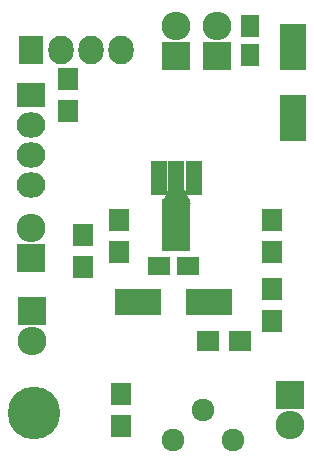
<source format=gbr>
G04 #@! TF.FileFunction,Soldermask,Bot*
%FSLAX46Y46*%
G04 Gerber Fmt 4.6, Leading zero omitted, Abs format (unit mm)*
G04 Created by KiCad (PCBNEW 4.0.2-4+6225~38~ubuntu14.04.1-stable) date mån 11 jul 2016 23:59:32*
%MOMM*%
G01*
G04 APERTURE LIST*
%ADD10C,0.100000*%
%ADD11R,2.127200X2.432000*%
%ADD12O,2.127200X2.432000*%
%ADD13R,2.432000X2.432000*%
%ADD14O,2.432000X2.432000*%
%ADD15R,2.432000X2.127200*%
%ADD16O,2.432000X2.127200*%
%ADD17R,1.650000X1.900000*%
%ADD18R,2.200860X3.900120*%
%ADD19R,3.900120X2.200860*%
%ADD20R,1.900000X1.650000*%
%ADD21R,1.400760X2.901900*%
%ADD22R,2.398980X4.400500*%
%ADD23R,1.700000X1.900000*%
%ADD24R,1.900000X1.700000*%
%ADD25C,1.924000*%
%ADD26C,4.464000*%
G04 APERTURE END LIST*
D10*
D11*
X60325000Y-43815000D03*
D12*
X62865000Y-43815000D03*
X65405000Y-43815000D03*
X67945000Y-43815000D03*
D13*
X60325000Y-61468000D03*
D14*
X60325000Y-58928000D03*
D15*
X60325000Y-47625000D03*
D16*
X60325000Y-50165000D03*
X60325000Y-52705000D03*
X60325000Y-55245000D03*
D13*
X60452000Y-65913000D03*
D14*
X60452000Y-68453000D03*
D17*
X78867000Y-41803000D03*
X78867000Y-44303000D03*
D18*
X82550000Y-49608740D03*
X82550000Y-43609260D03*
D19*
X69390260Y-65151000D03*
X75389740Y-65151000D03*
D20*
X73640000Y-62103000D03*
X71140000Y-62103000D03*
D13*
X82296000Y-73025000D03*
D14*
X82296000Y-75565000D03*
D13*
X72644000Y-44323000D03*
D14*
X72644000Y-41783000D03*
D21*
X71142860Y-54670960D03*
X72644000Y-54670960D03*
X74145140Y-54670960D03*
D22*
X72644000Y-58623200D03*
D10*
G36*
X73344380Y-55699050D02*
X73844760Y-56848350D01*
X71443240Y-56848350D01*
X71943620Y-55699050D01*
X73344380Y-55699050D01*
X73344380Y-55699050D01*
G37*
D23*
X67818000Y-58213000D03*
X67818000Y-60913000D03*
X63500000Y-46275000D03*
X63500000Y-48975000D03*
X64770000Y-62183000D03*
X64770000Y-59483000D03*
X67945000Y-72945000D03*
X67945000Y-75645000D03*
D24*
X75358000Y-68453000D03*
X78058000Y-68453000D03*
D23*
X80772000Y-58213000D03*
X80772000Y-60913000D03*
X80772000Y-66755000D03*
X80772000Y-64055000D03*
D25*
X74930000Y-74295000D03*
X77470000Y-76835000D03*
X72390000Y-76835000D03*
D26*
X60579000Y-74549000D03*
D13*
X76073000Y-44323000D03*
D14*
X76073000Y-41783000D03*
M02*

</source>
